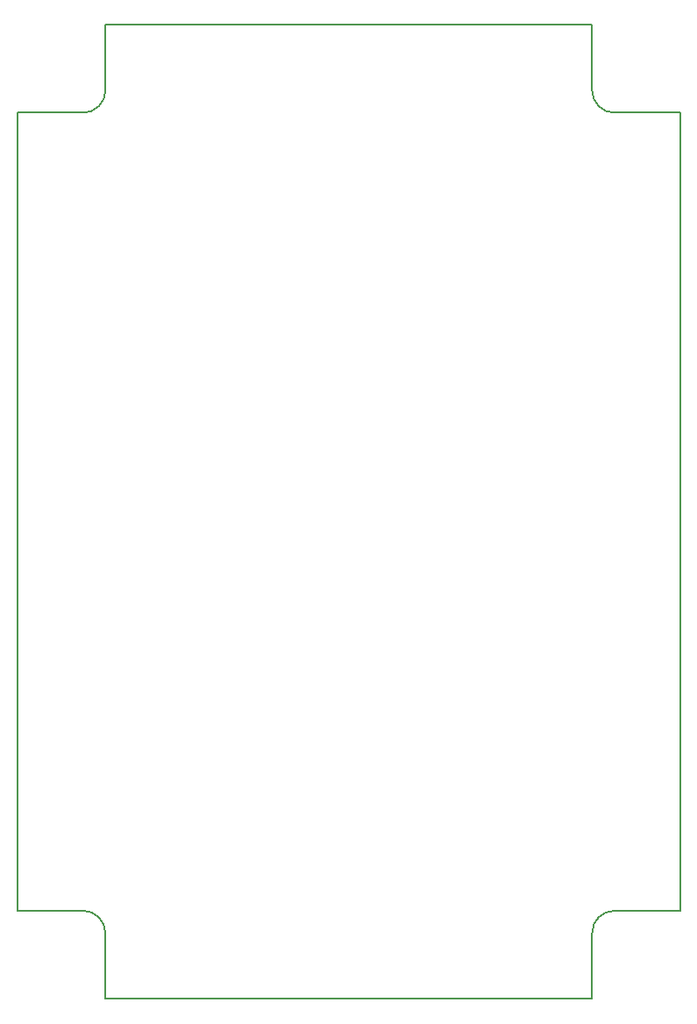
<source format=gbr>
G04 #@! TF.GenerationSoftware,KiCad,Pcbnew,5.1.4+dfsg1-1*
G04 #@! TF.CreationDate,2020-04-18T12:41:44+10:00*
G04 #@! TF.ProjectId,temp0_schematic,74656d70-305f-4736-9368-656d61746963,rev?*
G04 #@! TF.SameCoordinates,Original*
G04 #@! TF.FileFunction,Profile,NP*
%FSLAX46Y46*%
G04 Gerber Fmt 4.6, Leading zero omitted, Abs format (unit mm)*
G04 Created by KiCad (PCBNEW 5.1.4+dfsg1-1) date 2020-04-18 12:41:44*
%MOMM*%
%LPD*%
G04 APERTURE LIST*
%ADD10C,0.150000*%
G04 APERTURE END LIST*
D10*
X116840000Y-59300000D02*
X110490000Y-59300000D01*
X118990000Y-57150000D02*
X118990000Y-50800000D01*
X118990000Y-57150000D02*
G75*
G02X116840000Y-59300000I-2150000J0D01*
G01*
X165990000Y-57150000D02*
X165990000Y-50800000D01*
X174490000Y-59300000D02*
X168140000Y-59300000D01*
X168140000Y-59300000D02*
G75*
G02X165990000Y-57150000I0J2150000D01*
G01*
X165990000Y-138450000D02*
X165990000Y-144800000D01*
X174490000Y-136300000D02*
X168140000Y-136300000D01*
X165990000Y-138450000D02*
G75*
G02X168140000Y-136300000I2150000J0D01*
G01*
X116840000Y-136300000D02*
X110490000Y-136300000D01*
X118990000Y-144800000D02*
X118990000Y-138450000D01*
X116840000Y-136300000D02*
G75*
G02X118990000Y-138450000I0J-2150000D01*
G01*
X165990000Y-50800000D02*
X118990000Y-50800000D01*
X174490000Y-136300000D02*
X174490000Y-59300000D01*
X118990000Y-144800000D02*
X165990000Y-144800000D01*
X110490000Y-59300000D02*
X110490000Y-136300000D01*
M02*

</source>
